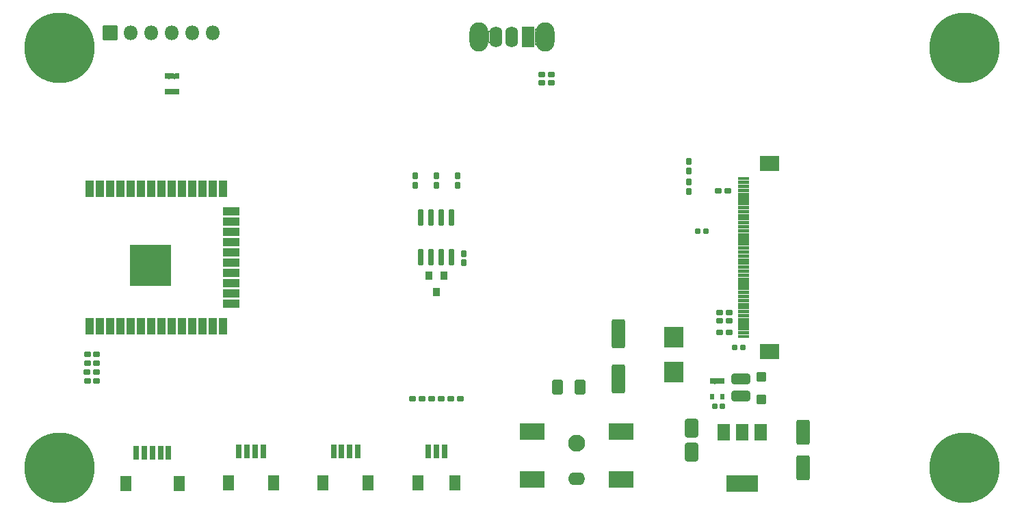
<source format=gts>
G04 #@! TF.GenerationSoftware,KiCad,Pcbnew,(6.0.0)*
G04 #@! TF.CreationDate,2022-01-01T11:54:16+05:30*
G04 #@! TF.ProjectId,ESP32_BoardV1,45535033-325f-4426-9f61-726456312e6b,rev?*
G04 #@! TF.SameCoordinates,Original*
G04 #@! TF.FileFunction,Soldermask,Top*
G04 #@! TF.FilePolarity,Negative*
%FSLAX46Y46*%
G04 Gerber Fmt 4.6, Leading zero omitted, Abs format (unit mm)*
G04 Created by KiCad (PCBNEW (6.0.0)) date 2022-01-01 11:54:16*
%MOMM*%
%LPD*%
G01*
G04 APERTURE LIST*
G04 Aperture macros list*
%AMRoundRect*
0 Rectangle with rounded corners*
0 $1 Rounding radius*
0 $2 $3 $4 $5 $6 $7 $8 $9 X,Y pos of 4 corners*
0 Add a 4 corners polygon primitive as box body*
4,1,4,$2,$3,$4,$5,$6,$7,$8,$9,$2,$3,0*
0 Add four circle primitives for the rounded corners*
1,1,$1+$1,$2,$3*
1,1,$1+$1,$4,$5*
1,1,$1+$1,$6,$7*
1,1,$1+$1,$8,$9*
0 Add four rect primitives between the rounded corners*
20,1,$1+$1,$2,$3,$4,$5,0*
20,1,$1+$1,$4,$5,$6,$7,0*
20,1,$1+$1,$6,$7,$8,$9,0*
20,1,$1+$1,$8,$9,$2,$3,0*%
G04 Aperture macros list end*
%ADD10RoundRect,0.206000X0.212500X0.155000X-0.212500X0.155000X-0.212500X-0.155000X0.212500X-0.155000X0*%
%ADD11C,1.002000*%
%ADD12C,8.702000*%
%ADD13RoundRect,0.051000X0.850000X-0.850000X0.850000X0.850000X-0.850000X0.850000X-0.850000X-0.850000X0*%
%ADD14O,1.802000X1.802000*%
%ADD15RoundRect,0.051000X0.200000X-0.325000X0.200000X0.325000X-0.200000X0.325000X-0.200000X-0.325000X0*%
%ADD16RoundRect,0.211000X-0.197500X-0.160000X0.197500X-0.160000X0.197500X0.160000X-0.197500X0.160000X0*%
%ADD17RoundRect,0.051000X0.450000X-1.000000X0.450000X1.000000X-0.450000X1.000000X-0.450000X-1.000000X0*%
%ADD18RoundRect,0.051000X1.000000X0.450000X-1.000000X0.450000X-1.000000X-0.450000X1.000000X-0.450000X0*%
%ADD19RoundRect,0.051000X2.500000X-2.500000X2.500000X2.500000X-2.500000X2.500000X-2.500000X-2.500000X0*%
%ADD20RoundRect,0.051000X-0.300000X-0.775000X0.300000X-0.775000X0.300000X0.775000X-0.300000X0.775000X0*%
%ADD21RoundRect,0.051000X-0.600000X-0.900000X0.600000X-0.900000X0.600000X0.900000X-0.600000X0.900000X0*%
%ADD22RoundRect,0.211000X0.197500X0.160000X-0.197500X0.160000X-0.197500X-0.160000X0.197500X-0.160000X0*%
%ADD23O,2.302000X3.602000*%
%ADD24RoundRect,0.051000X0.750000X1.250000X-0.750000X1.250000X-0.750000X-1.250000X0.750000X-1.250000X0*%
%ADD25O,1.602000X2.602000*%
%ADD26RoundRect,0.051000X1.150000X-1.250000X1.150000X1.250000X-1.150000X1.250000X-1.150000X-1.250000X0*%
%ADD27RoundRect,0.301000X-0.550000X0.850000X-0.550000X-0.850000X0.550000X-0.850000X0.550000X0.850000X0*%
%ADD28RoundRect,0.051000X-0.750000X1.000000X-0.750000X-1.000000X0.750000X-1.000000X0.750000X1.000000X0*%
%ADD29RoundRect,0.051000X-1.900000X1.000000X-1.900000X-1.000000X1.900000X-1.000000X1.900000X1.000000X0*%
%ADD30RoundRect,0.301000X0.550000X-1.250000X0.550000X1.250000X-0.550000X1.250000X-0.550000X-1.250000X0*%
%ADD31RoundRect,0.051000X0.650000X-0.150000X0.650000X0.150000X-0.650000X0.150000X-0.650000X-0.150000X0*%
%ADD32RoundRect,0.051000X1.100000X-0.900000X1.100000X0.900000X-1.100000X0.900000X-1.100000X-0.900000X0*%
%ADD33RoundRect,0.211000X0.160000X-0.197500X0.160000X0.197500X-0.160000X0.197500X-0.160000X-0.197500X0*%
%ADD34RoundRect,0.211000X-0.160000X0.197500X-0.160000X-0.197500X0.160000X-0.197500X0.160000X0.197500X0*%
%ADD35RoundRect,0.206000X-0.155000X0.212500X-0.155000X-0.212500X0.155000X-0.212500X0.155000X0.212500X0*%
%ADD36RoundRect,0.051000X-0.400000X0.450000X-0.400000X-0.450000X0.400000X-0.450000X0.400000X0.450000X0*%
%ADD37RoundRect,0.201000X-0.150000X0.825000X-0.150000X-0.825000X0.150000X-0.825000X0.150000X0.825000X0*%
%ADD38C,2.102000*%
%ADD39O,2.102000X1.602000*%
%ADD40RoundRect,0.051000X1.500000X1.000000X-1.500000X1.000000X-1.500000X-1.000000X1.500000X-1.000000X0*%
%ADD41RoundRect,0.301000X0.375000X0.625000X-0.375000X0.625000X-0.375000X-0.625000X0.375000X-0.625000X0*%
%ADD42RoundRect,0.191000X0.140000X0.170000X-0.140000X0.170000X-0.140000X-0.170000X0.140000X-0.170000X0*%
%ADD43RoundRect,0.301000X0.550000X-1.500000X0.550000X1.500000X-0.550000X1.500000X-0.550000X-1.500000X0*%
%ADD44RoundRect,0.191000X-0.140000X-0.170000X0.140000X-0.170000X0.140000X0.170000X-0.140000X0.170000X0*%
%ADD45RoundRect,0.051000X0.550000X-0.550000X0.550000X0.550000X-0.550000X0.550000X-0.550000X-0.550000X0*%
%ADD46RoundRect,0.301000X0.850000X-0.375000X0.850000X0.375000X-0.850000X0.375000X-0.850000X-0.375000X0*%
%ADD47RoundRect,0.051000X-0.200000X0.325000X-0.200000X-0.325000X0.200000X-0.325000X0.200000X0.325000X0*%
G04 APERTURE END LIST*
D10*
X93567500Y-138100000D03*
X92432500Y-138100000D03*
X93567500Y-140300000D03*
X92432500Y-140300000D03*
X93567500Y-137000000D03*
X92432500Y-137000000D03*
D11*
X91280419Y-96719581D03*
X89000000Y-102225000D03*
X85775000Y-99000000D03*
X89000000Y-95775000D03*
X92225000Y-99000000D03*
X91280419Y-101280419D03*
X86719581Y-96719581D03*
D12*
X89000000Y-99000000D03*
D11*
X86719581Y-101280419D03*
X89000000Y-154225000D03*
X91280419Y-153280419D03*
D12*
X89000000Y-151000000D03*
D11*
X86719581Y-153280419D03*
X89000000Y-147775000D03*
X86719581Y-148719581D03*
X91280419Y-148719581D03*
X85775000Y-151000000D03*
X92225000Y-151000000D03*
X203280419Y-101280419D03*
X204225000Y-99000000D03*
X197775000Y-99000000D03*
X203280419Y-96719581D03*
X198719581Y-101280419D03*
D12*
X201000000Y-99000000D03*
D11*
X201000000Y-95775000D03*
X198719581Y-96719581D03*
X201000000Y-102225000D03*
D13*
X95250000Y-97200000D03*
D14*
X97790000Y-97200000D03*
X100330000Y-97200000D03*
X102870000Y-97200000D03*
X105410000Y-97200000D03*
X107950000Y-97200000D03*
D15*
X102250000Y-104450000D03*
X102900000Y-104450000D03*
X103550000Y-104450000D03*
X103550000Y-102550000D03*
X102900000Y-102550000D03*
X102250000Y-102550000D03*
D16*
X135027500Y-142500000D03*
X136222500Y-142500000D03*
X137402500Y-142500000D03*
X138597500Y-142500000D03*
D17*
X92745000Y-133500000D03*
X94015000Y-133500000D03*
X95285000Y-133500000D03*
X96555000Y-133500000D03*
X97825000Y-133500000D03*
X99095000Y-133500000D03*
X100365000Y-133500000D03*
X101635000Y-133500000D03*
X102905000Y-133500000D03*
X104175000Y-133500000D03*
X105445000Y-133500000D03*
X106715000Y-133500000D03*
X107985000Y-133500000D03*
X109255000Y-133500000D03*
D18*
X110255000Y-130715000D03*
X110255000Y-129445000D03*
X110255000Y-128175000D03*
X110255000Y-126905000D03*
X110255000Y-125635000D03*
X110255000Y-124365000D03*
X110255000Y-123095000D03*
X110255000Y-121825000D03*
X110255000Y-120555000D03*
X110255000Y-119285000D03*
D17*
X109255000Y-116500000D03*
X107985000Y-116500000D03*
X106715000Y-116500000D03*
X105445000Y-116500000D03*
X104175000Y-116500000D03*
X102905000Y-116500000D03*
X101635000Y-116500000D03*
X100365000Y-116500000D03*
X99095000Y-116500000D03*
X97825000Y-116500000D03*
X96555000Y-116500000D03*
X95285000Y-116500000D03*
X94015000Y-116500000D03*
X92745000Y-116500000D03*
D19*
X100245000Y-126000000D03*
D10*
X171867500Y-132800000D03*
X170732500Y-132800000D03*
D20*
X122916666Y-149000000D03*
X123916666Y-149000000D03*
X124916666Y-149000000D03*
X125916666Y-149000000D03*
D21*
X121616666Y-152875000D03*
X127216666Y-152875000D03*
D16*
X132702500Y-142500000D03*
X133897500Y-142500000D03*
D10*
X149837500Y-103352500D03*
X148702500Y-103352500D03*
D22*
X149867500Y-102352500D03*
X148672500Y-102352500D03*
D23*
X140900000Y-97702500D03*
X149100000Y-97702500D03*
D24*
X147000000Y-97702500D03*
D25*
X145000000Y-97702500D03*
X143000000Y-97702500D03*
D20*
X134625000Y-149000000D03*
X135625000Y-149000000D03*
X136625000Y-149000000D03*
D21*
X133325000Y-152875000D03*
X137925000Y-152875000D03*
D26*
X165000000Y-139150000D03*
X165000000Y-134850000D03*
D27*
X167200000Y-146100000D03*
X167200000Y-149100000D03*
D28*
X175800000Y-146650000D03*
X173500000Y-146650000D03*
D29*
X173500000Y-152950000D03*
D28*
X171200000Y-146650000D03*
D11*
X204225000Y-151000000D03*
X201000000Y-154225000D03*
X197775000Y-151000000D03*
X203280419Y-153280419D03*
X203280419Y-148719581D03*
X198719581Y-148719581D03*
D12*
X201000000Y-151000000D03*
D11*
X201000000Y-147775000D03*
X198719581Y-153280419D03*
D30*
X181000000Y-151000000D03*
X181000000Y-146600000D03*
D10*
X171867500Y-131800000D03*
X170732500Y-131800000D03*
D31*
X173650000Y-134750000D03*
X173650000Y-134250000D03*
X173650000Y-133750000D03*
X173650000Y-133250000D03*
X173650000Y-132750000D03*
X173650000Y-132250000D03*
X173650000Y-131750000D03*
X173650000Y-131250000D03*
X173650000Y-130750000D03*
X173650000Y-130250000D03*
X173650000Y-129750000D03*
X173650000Y-129250000D03*
X173650000Y-128750000D03*
X173650000Y-128250000D03*
X173650000Y-127750000D03*
X173650000Y-127250000D03*
X173650000Y-126750000D03*
X173650000Y-126250000D03*
X173650000Y-125750000D03*
X173650000Y-125250000D03*
X173650000Y-124750000D03*
X173650000Y-124250000D03*
X173650000Y-123750000D03*
X173650000Y-123250000D03*
X173650000Y-122750000D03*
X173650000Y-122250000D03*
X173650000Y-121750000D03*
X173650000Y-121250000D03*
X173650000Y-120750000D03*
X173650000Y-120250000D03*
X173650000Y-119750000D03*
X173650000Y-119250000D03*
X173650000Y-118750000D03*
X173650000Y-118250000D03*
X173650000Y-117750000D03*
X173650000Y-117250000D03*
X173650000Y-116750000D03*
X173650000Y-116250000D03*
X173650000Y-115750000D03*
X173650000Y-115250000D03*
D32*
X176900000Y-113350000D03*
X176900000Y-136650000D03*
D33*
X166900000Y-114297500D03*
X166900000Y-113102500D03*
D34*
X166900000Y-115652500D03*
X166900000Y-116847500D03*
D35*
X139000000Y-124532500D03*
X139000000Y-125667500D03*
D36*
X136575000Y-127250000D03*
X134675000Y-127250000D03*
X135625000Y-129250000D03*
D34*
X135625000Y-114902500D03*
X135625000Y-116097500D03*
X138250000Y-114902500D03*
X138250000Y-116097500D03*
D37*
X137530000Y-120025000D03*
X136260000Y-120025000D03*
X134990000Y-120025000D03*
X133720000Y-120025000D03*
X133720000Y-124975000D03*
X134990000Y-124975000D03*
X136260000Y-124975000D03*
X137530000Y-124975000D03*
D34*
X133000000Y-114902500D03*
X133000000Y-116097500D03*
D16*
X92402500Y-139200000D03*
X93597500Y-139200000D03*
D38*
X153000000Y-148000000D03*
D39*
X153000000Y-152400000D03*
D40*
X147500000Y-146500000D03*
X147500000Y-152500000D03*
X158500000Y-146500000D03*
X158500000Y-152500000D03*
D41*
X153400000Y-141000000D03*
X150600000Y-141000000D03*
D20*
X111208333Y-149000000D03*
X112208333Y-149000000D03*
X113208333Y-149000000D03*
X114208333Y-149000000D03*
D21*
X109908333Y-152875000D03*
X115508333Y-152875000D03*
D20*
X98500000Y-149125000D03*
X99500000Y-149125000D03*
X100500000Y-149125000D03*
X101500000Y-149125000D03*
X102500000Y-149125000D03*
D21*
X97200000Y-153000000D03*
X103800000Y-153000000D03*
D42*
X173560000Y-136100000D03*
X172600000Y-136100000D03*
D43*
X158200000Y-140000000D03*
X158200000Y-134400000D03*
D42*
X171080000Y-143400000D03*
X170120000Y-143400000D03*
D44*
X168020000Y-121700000D03*
X168980000Y-121700000D03*
D16*
X170502500Y-116700000D03*
X171697500Y-116700000D03*
D45*
X175900000Y-142600000D03*
X175900000Y-139800000D03*
D46*
X173300000Y-142175000D03*
X173300000Y-140025000D03*
D16*
X170670000Y-134300000D03*
X171865000Y-134300000D03*
D47*
X171050000Y-140300000D03*
X170400000Y-140300000D03*
X169750000Y-140300000D03*
X169750000Y-142200000D03*
X171050000Y-142200000D03*
G36*
X170640660Y-139942493D02*
G01*
X170654452Y-139951709D01*
X170655615Y-139949969D01*
X170657409Y-139949084D01*
X170658560Y-139949545D01*
X170675952Y-139964078D01*
X170744670Y-139972704D01*
X170792288Y-139949918D01*
X170794282Y-139950072D01*
X170794814Y-139950611D01*
X170795548Y-139951709D01*
X170809340Y-139942493D01*
X170811336Y-139942362D01*
X170812447Y-139944025D01*
X170812114Y-139945267D01*
X170804767Y-139956262D01*
X170801000Y-139975199D01*
X170801000Y-140624801D01*
X170804767Y-140643738D01*
X170812114Y-140654733D01*
X170812245Y-140656729D01*
X170810582Y-140657840D01*
X170809340Y-140657507D01*
X170795548Y-140648291D01*
X170794385Y-140650031D01*
X170792591Y-140650916D01*
X170791440Y-140650455D01*
X170774048Y-140635922D01*
X170705330Y-140627296D01*
X170657712Y-140650082D01*
X170655718Y-140649928D01*
X170655186Y-140649389D01*
X170654452Y-140648291D01*
X170640660Y-140657507D01*
X170638664Y-140657638D01*
X170637553Y-140655975D01*
X170637886Y-140654733D01*
X170645233Y-140643738D01*
X170649000Y-140624801D01*
X170649000Y-139975199D01*
X170645233Y-139956262D01*
X170637886Y-139945267D01*
X170637755Y-139943271D01*
X170639418Y-139942160D01*
X170640660Y-139942493D01*
G37*
G36*
X169990660Y-139942493D02*
G01*
X170004452Y-139951709D01*
X170005615Y-139949969D01*
X170007409Y-139949084D01*
X170008560Y-139949545D01*
X170025952Y-139964078D01*
X170094670Y-139972704D01*
X170142288Y-139949918D01*
X170144282Y-139950072D01*
X170144814Y-139950611D01*
X170145548Y-139951709D01*
X170159340Y-139942493D01*
X170161336Y-139942362D01*
X170162447Y-139944025D01*
X170162114Y-139945267D01*
X170154767Y-139956262D01*
X170151000Y-139975199D01*
X170151000Y-140624801D01*
X170154767Y-140643738D01*
X170162114Y-140654733D01*
X170162245Y-140656729D01*
X170160582Y-140657840D01*
X170159340Y-140657507D01*
X170145548Y-140648291D01*
X170144385Y-140650031D01*
X170142591Y-140650916D01*
X170141440Y-140650455D01*
X170124048Y-140635922D01*
X170055330Y-140627296D01*
X170007712Y-140650082D01*
X170005718Y-140649928D01*
X170005186Y-140649389D01*
X170004452Y-140648291D01*
X169990660Y-140657507D01*
X169988664Y-140657638D01*
X169987553Y-140655975D01*
X169987886Y-140654733D01*
X169995233Y-140643738D01*
X169999000Y-140624801D01*
X169999000Y-139975199D01*
X169995233Y-139956262D01*
X169987886Y-139945267D01*
X169987755Y-139943271D01*
X169989418Y-139942160D01*
X169990660Y-139942493D01*
G37*
G36*
X172966075Y-134435084D02*
G01*
X172981263Y-134445233D01*
X173000199Y-134449000D01*
X174299801Y-134449000D01*
X174318738Y-134445233D01*
X174333773Y-134435186D01*
X174335768Y-134435055D01*
X174336880Y-134436718D01*
X174336793Y-134437447D01*
X174317898Y-134497788D01*
X174336955Y-134562690D01*
X174336483Y-134564633D01*
X174334564Y-134565197D01*
X174333925Y-134564916D01*
X174318737Y-134554767D01*
X174299801Y-134551000D01*
X173000199Y-134551000D01*
X172981262Y-134554767D01*
X172966227Y-134564814D01*
X172964232Y-134564945D01*
X172963120Y-134563282D01*
X172963207Y-134562553D01*
X172982102Y-134502212D01*
X172963045Y-134437310D01*
X172963517Y-134435367D01*
X172965436Y-134434803D01*
X172966075Y-134435084D01*
G37*
G36*
X172966075Y-133935084D02*
G01*
X172981263Y-133945233D01*
X173000199Y-133949000D01*
X174299801Y-133949000D01*
X174318738Y-133945233D01*
X174333773Y-133935186D01*
X174335768Y-133935055D01*
X174336880Y-133936718D01*
X174336793Y-133937447D01*
X174317898Y-133997788D01*
X174336955Y-134062690D01*
X174336483Y-134064633D01*
X174334564Y-134065197D01*
X174333925Y-134064916D01*
X174318737Y-134054767D01*
X174299801Y-134051000D01*
X173000199Y-134051000D01*
X172981262Y-134054767D01*
X172966227Y-134064814D01*
X172964232Y-134064945D01*
X172963120Y-134063282D01*
X172963207Y-134062553D01*
X172982102Y-134002212D01*
X172963045Y-133937310D01*
X172963517Y-133935367D01*
X172965436Y-133934803D01*
X172966075Y-133935084D01*
G37*
G36*
X172966075Y-133435084D02*
G01*
X172981263Y-133445233D01*
X173000199Y-133449000D01*
X174299801Y-133449000D01*
X174318738Y-133445233D01*
X174333773Y-133435186D01*
X174335768Y-133435055D01*
X174336880Y-133436718D01*
X174336793Y-133437447D01*
X174317898Y-133497788D01*
X174336955Y-133562690D01*
X174336483Y-133564633D01*
X174334564Y-133565197D01*
X174333925Y-133564916D01*
X174318737Y-133554767D01*
X174299801Y-133551000D01*
X173000199Y-133551000D01*
X172981262Y-133554767D01*
X172966227Y-133564814D01*
X172964232Y-133564945D01*
X172963120Y-133563282D01*
X172963207Y-133562553D01*
X172982102Y-133502212D01*
X172963045Y-133437310D01*
X172963517Y-133435367D01*
X172965436Y-133434803D01*
X172966075Y-133435084D01*
G37*
G36*
X172966075Y-132935084D02*
G01*
X172981263Y-132945233D01*
X173000199Y-132949000D01*
X174299801Y-132949000D01*
X174318738Y-132945233D01*
X174333773Y-132935186D01*
X174335768Y-132935055D01*
X174336880Y-132936718D01*
X174336793Y-132937447D01*
X174317898Y-132997788D01*
X174336955Y-133062690D01*
X174336483Y-133064633D01*
X174334564Y-133065197D01*
X174333925Y-133064916D01*
X174318737Y-133054767D01*
X174299801Y-133051000D01*
X173000199Y-133051000D01*
X172981262Y-133054767D01*
X172966227Y-133064814D01*
X172964232Y-133064945D01*
X172963120Y-133063282D01*
X172963207Y-133062553D01*
X172982102Y-133002212D01*
X172963045Y-132937310D01*
X172963517Y-132935367D01*
X172965436Y-132934803D01*
X172966075Y-132935084D01*
G37*
G36*
X172966075Y-132435084D02*
G01*
X172981263Y-132445233D01*
X173000199Y-132449000D01*
X174299801Y-132449000D01*
X174318738Y-132445233D01*
X174333773Y-132435186D01*
X174335768Y-132435055D01*
X174336880Y-132436718D01*
X174336793Y-132437447D01*
X174317898Y-132497788D01*
X174336955Y-132562690D01*
X174336483Y-132564633D01*
X174334564Y-132565197D01*
X174333925Y-132564916D01*
X174318737Y-132554767D01*
X174299801Y-132551000D01*
X173000199Y-132551000D01*
X172981262Y-132554767D01*
X172966227Y-132564814D01*
X172964232Y-132564945D01*
X172963120Y-132563282D01*
X172963207Y-132562553D01*
X172982102Y-132502212D01*
X172963045Y-132437310D01*
X172963517Y-132435367D01*
X172965436Y-132434803D01*
X172966075Y-132435084D01*
G37*
G36*
X172966075Y-131935084D02*
G01*
X172981263Y-131945233D01*
X173000199Y-131949000D01*
X174299801Y-131949000D01*
X174318738Y-131945233D01*
X174333773Y-131935186D01*
X174335768Y-131935055D01*
X174336880Y-131936718D01*
X174336793Y-131937447D01*
X174317898Y-131997788D01*
X174336955Y-132062690D01*
X174336483Y-132064633D01*
X174334564Y-132065197D01*
X174333925Y-132064916D01*
X174318737Y-132054767D01*
X174299801Y-132051000D01*
X173000199Y-132051000D01*
X172981262Y-132054767D01*
X172966227Y-132064814D01*
X172964232Y-132064945D01*
X172963120Y-132063282D01*
X172963207Y-132062553D01*
X172982102Y-132002212D01*
X172963045Y-131937310D01*
X172963517Y-131935367D01*
X172965436Y-131934803D01*
X172966075Y-131935084D01*
G37*
G36*
X172966075Y-131435084D02*
G01*
X172981263Y-131445233D01*
X173000199Y-131449000D01*
X174299801Y-131449000D01*
X174318738Y-131445233D01*
X174333773Y-131435186D01*
X174335768Y-131435055D01*
X174336880Y-131436718D01*
X174336793Y-131437447D01*
X174317898Y-131497788D01*
X174336955Y-131562690D01*
X174336483Y-131564633D01*
X174334564Y-131565197D01*
X174333925Y-131564916D01*
X174318737Y-131554767D01*
X174299801Y-131551000D01*
X173000199Y-131551000D01*
X172981262Y-131554767D01*
X172966227Y-131564814D01*
X172964232Y-131564945D01*
X172963120Y-131563282D01*
X172963207Y-131562553D01*
X172982102Y-131502212D01*
X172963045Y-131437310D01*
X172963517Y-131435367D01*
X172965436Y-131434803D01*
X172966075Y-131435084D01*
G37*
G36*
X172966075Y-130935084D02*
G01*
X172981263Y-130945233D01*
X173000199Y-130949000D01*
X174299801Y-130949000D01*
X174318738Y-130945233D01*
X174333773Y-130935186D01*
X174335768Y-130935055D01*
X174336880Y-130936718D01*
X174336793Y-130937447D01*
X174317898Y-130997788D01*
X174336955Y-131062690D01*
X174336483Y-131064633D01*
X174334564Y-131065197D01*
X174333925Y-131064916D01*
X174318737Y-131054767D01*
X174299801Y-131051000D01*
X173000199Y-131051000D01*
X172981262Y-131054767D01*
X172966227Y-131064814D01*
X172964232Y-131064945D01*
X172963120Y-131063282D01*
X172963207Y-131062553D01*
X172982102Y-131002212D01*
X172963045Y-130937310D01*
X172963517Y-130935367D01*
X172965436Y-130934803D01*
X172966075Y-130935084D01*
G37*
G36*
X172966075Y-130435084D02*
G01*
X172981263Y-130445233D01*
X173000199Y-130449000D01*
X174299801Y-130449000D01*
X174318738Y-130445233D01*
X174333773Y-130435186D01*
X174335768Y-130435055D01*
X174336880Y-130436718D01*
X174336793Y-130437447D01*
X174317898Y-130497788D01*
X174336955Y-130562690D01*
X174336483Y-130564633D01*
X174334564Y-130565197D01*
X174333925Y-130564916D01*
X174318737Y-130554767D01*
X174299801Y-130551000D01*
X173000199Y-130551000D01*
X172981262Y-130554767D01*
X172966227Y-130564814D01*
X172964232Y-130564945D01*
X172963120Y-130563282D01*
X172963207Y-130562553D01*
X172982102Y-130502212D01*
X172963045Y-130437310D01*
X172963517Y-130435367D01*
X172965436Y-130434803D01*
X172966075Y-130435084D01*
G37*
G36*
X172966075Y-129935084D02*
G01*
X172981263Y-129945233D01*
X173000199Y-129949000D01*
X174299801Y-129949000D01*
X174318738Y-129945233D01*
X174333773Y-129935186D01*
X174335768Y-129935055D01*
X174336880Y-129936718D01*
X174336793Y-129937447D01*
X174317898Y-129997788D01*
X174336955Y-130062690D01*
X174336483Y-130064633D01*
X174334564Y-130065197D01*
X174333925Y-130064916D01*
X174318737Y-130054767D01*
X174299801Y-130051000D01*
X173000199Y-130051000D01*
X172981262Y-130054767D01*
X172966227Y-130064814D01*
X172964232Y-130064945D01*
X172963120Y-130063282D01*
X172963207Y-130062553D01*
X172982102Y-130002212D01*
X172963045Y-129937310D01*
X172963517Y-129935367D01*
X172965436Y-129934803D01*
X172966075Y-129935084D01*
G37*
G36*
X172966075Y-129435084D02*
G01*
X172981263Y-129445233D01*
X173000199Y-129449000D01*
X174299801Y-129449000D01*
X174318738Y-129445233D01*
X174333773Y-129435186D01*
X174335768Y-129435055D01*
X174336880Y-129436718D01*
X174336793Y-129437447D01*
X174317898Y-129497788D01*
X174336955Y-129562690D01*
X174336483Y-129564633D01*
X174334564Y-129565197D01*
X174333925Y-129564916D01*
X174318737Y-129554767D01*
X174299801Y-129551000D01*
X173000199Y-129551000D01*
X172981262Y-129554767D01*
X172966227Y-129564814D01*
X172964232Y-129564945D01*
X172963120Y-129563282D01*
X172963207Y-129562553D01*
X172982102Y-129502212D01*
X172963045Y-129437310D01*
X172963517Y-129435367D01*
X172965436Y-129434803D01*
X172966075Y-129435084D01*
G37*
G36*
X172966075Y-128935084D02*
G01*
X172981263Y-128945233D01*
X173000199Y-128949000D01*
X174299801Y-128949000D01*
X174318738Y-128945233D01*
X174333773Y-128935186D01*
X174335768Y-128935055D01*
X174336880Y-128936718D01*
X174336793Y-128937447D01*
X174317898Y-128997788D01*
X174336955Y-129062690D01*
X174336483Y-129064633D01*
X174334564Y-129065197D01*
X174333925Y-129064916D01*
X174318737Y-129054767D01*
X174299801Y-129051000D01*
X173000199Y-129051000D01*
X172981262Y-129054767D01*
X172966227Y-129064814D01*
X172964232Y-129064945D01*
X172963120Y-129063282D01*
X172963207Y-129062553D01*
X172982102Y-129002212D01*
X172963045Y-128937310D01*
X172963517Y-128935367D01*
X172965436Y-128934803D01*
X172966075Y-128935084D01*
G37*
G36*
X172966075Y-128435084D02*
G01*
X172981263Y-128445233D01*
X173000199Y-128449000D01*
X174299801Y-128449000D01*
X174318738Y-128445233D01*
X174333773Y-128435186D01*
X174335768Y-128435055D01*
X174336880Y-128436718D01*
X174336793Y-128437447D01*
X174317898Y-128497788D01*
X174336955Y-128562690D01*
X174336483Y-128564633D01*
X174334564Y-128565197D01*
X174333925Y-128564916D01*
X174318737Y-128554767D01*
X174299801Y-128551000D01*
X173000199Y-128551000D01*
X172981262Y-128554767D01*
X172966227Y-128564814D01*
X172964232Y-128564945D01*
X172963120Y-128563282D01*
X172963207Y-128562553D01*
X172982102Y-128502212D01*
X172963045Y-128437310D01*
X172963517Y-128435367D01*
X172965436Y-128434803D01*
X172966075Y-128435084D01*
G37*
G36*
X172966075Y-127935084D02*
G01*
X172981263Y-127945233D01*
X173000199Y-127949000D01*
X174299801Y-127949000D01*
X174318738Y-127945233D01*
X174333773Y-127935186D01*
X174335768Y-127935055D01*
X174336880Y-127936718D01*
X174336793Y-127937447D01*
X174317898Y-127997788D01*
X174336955Y-128062690D01*
X174336483Y-128064633D01*
X174334564Y-128065197D01*
X174333925Y-128064916D01*
X174318737Y-128054767D01*
X174299801Y-128051000D01*
X173000199Y-128051000D01*
X172981262Y-128054767D01*
X172966227Y-128064814D01*
X172964232Y-128064945D01*
X172963120Y-128063282D01*
X172963207Y-128062553D01*
X172982102Y-128002212D01*
X172963045Y-127937310D01*
X172963517Y-127935367D01*
X172965436Y-127934803D01*
X172966075Y-127935084D01*
G37*
G36*
X172966075Y-127435084D02*
G01*
X172981263Y-127445233D01*
X173000199Y-127449000D01*
X174299801Y-127449000D01*
X174318738Y-127445233D01*
X174333773Y-127435186D01*
X174335768Y-127435055D01*
X174336880Y-127436718D01*
X174336793Y-127437447D01*
X174317898Y-127497788D01*
X174336955Y-127562690D01*
X174336483Y-127564633D01*
X174334564Y-127565197D01*
X174333925Y-127564916D01*
X174318737Y-127554767D01*
X174299801Y-127551000D01*
X173000199Y-127551000D01*
X172981262Y-127554767D01*
X172966227Y-127564814D01*
X172964232Y-127564945D01*
X172963120Y-127563282D01*
X172963207Y-127562553D01*
X172982102Y-127502212D01*
X172963045Y-127437310D01*
X172963517Y-127435367D01*
X172965436Y-127434803D01*
X172966075Y-127435084D01*
G37*
G36*
X172966075Y-126935084D02*
G01*
X172981263Y-126945233D01*
X173000199Y-126949000D01*
X174299801Y-126949000D01*
X174318738Y-126945233D01*
X174333773Y-126935186D01*
X174335768Y-126935055D01*
X174336880Y-126936718D01*
X174336793Y-126937447D01*
X174317898Y-126997788D01*
X174336955Y-127062690D01*
X174336483Y-127064633D01*
X174334564Y-127065197D01*
X174333925Y-127064916D01*
X174318737Y-127054767D01*
X174299801Y-127051000D01*
X173000199Y-127051000D01*
X172981262Y-127054767D01*
X172966227Y-127064814D01*
X172964232Y-127064945D01*
X172963120Y-127063282D01*
X172963207Y-127062553D01*
X172982102Y-127002212D01*
X172963045Y-126937310D01*
X172963517Y-126935367D01*
X172965436Y-126934803D01*
X172966075Y-126935084D01*
G37*
G36*
X172966075Y-126435084D02*
G01*
X172981263Y-126445233D01*
X173000199Y-126449000D01*
X174299801Y-126449000D01*
X174318738Y-126445233D01*
X174333773Y-126435186D01*
X174335768Y-126435055D01*
X174336880Y-126436718D01*
X174336793Y-126437447D01*
X174317898Y-126497788D01*
X174336955Y-126562690D01*
X174336483Y-126564633D01*
X174334564Y-126565197D01*
X174333925Y-126564916D01*
X174318737Y-126554767D01*
X174299801Y-126551000D01*
X173000199Y-126551000D01*
X172981262Y-126554767D01*
X172966227Y-126564814D01*
X172964232Y-126564945D01*
X172963120Y-126563282D01*
X172963207Y-126562553D01*
X172982102Y-126502212D01*
X172963045Y-126437310D01*
X172963517Y-126435367D01*
X172965436Y-126434803D01*
X172966075Y-126435084D01*
G37*
G36*
X172966075Y-125935084D02*
G01*
X172981263Y-125945233D01*
X173000199Y-125949000D01*
X174299801Y-125949000D01*
X174318738Y-125945233D01*
X174333773Y-125935186D01*
X174335768Y-125935055D01*
X174336880Y-125936718D01*
X174336793Y-125937447D01*
X174317898Y-125997788D01*
X174336955Y-126062690D01*
X174336483Y-126064633D01*
X174334564Y-126065197D01*
X174333925Y-126064916D01*
X174318737Y-126054767D01*
X174299801Y-126051000D01*
X173000199Y-126051000D01*
X172981262Y-126054767D01*
X172966227Y-126064814D01*
X172964232Y-126064945D01*
X172963120Y-126063282D01*
X172963207Y-126062553D01*
X172982102Y-126002212D01*
X172963045Y-125937310D01*
X172963517Y-125935367D01*
X172965436Y-125934803D01*
X172966075Y-125935084D01*
G37*
G36*
X172966075Y-125435084D02*
G01*
X172981263Y-125445233D01*
X173000199Y-125449000D01*
X174299801Y-125449000D01*
X174318738Y-125445233D01*
X174333773Y-125435186D01*
X174335768Y-125435055D01*
X174336880Y-125436718D01*
X174336793Y-125437447D01*
X174317898Y-125497788D01*
X174336955Y-125562690D01*
X174336483Y-125564633D01*
X174334564Y-125565197D01*
X174333925Y-125564916D01*
X174318737Y-125554767D01*
X174299801Y-125551000D01*
X173000199Y-125551000D01*
X172981262Y-125554767D01*
X172966227Y-125564814D01*
X172964232Y-125564945D01*
X172963120Y-125563282D01*
X172963207Y-125562553D01*
X172982102Y-125502212D01*
X172963045Y-125437310D01*
X172963517Y-125435367D01*
X172965436Y-125434803D01*
X172966075Y-125435084D01*
G37*
G36*
X172966075Y-124935084D02*
G01*
X172981263Y-124945233D01*
X173000199Y-124949000D01*
X174299801Y-124949000D01*
X174318738Y-124945233D01*
X174333773Y-124935186D01*
X174335768Y-124935055D01*
X174336880Y-124936718D01*
X174336793Y-124937447D01*
X174317898Y-124997788D01*
X174336955Y-125062690D01*
X174336483Y-125064633D01*
X174334564Y-125065197D01*
X174333925Y-125064916D01*
X174318737Y-125054767D01*
X174299801Y-125051000D01*
X173000199Y-125051000D01*
X172981262Y-125054767D01*
X172966227Y-125064814D01*
X172964232Y-125064945D01*
X172963120Y-125063282D01*
X172963207Y-125062553D01*
X172982102Y-125002212D01*
X172963045Y-124937310D01*
X172963517Y-124935367D01*
X172965436Y-124934803D01*
X172966075Y-124935084D01*
G37*
G36*
X172966075Y-124435084D02*
G01*
X172981263Y-124445233D01*
X173000199Y-124449000D01*
X174299801Y-124449000D01*
X174318738Y-124445233D01*
X174333773Y-124435186D01*
X174335768Y-124435055D01*
X174336880Y-124436718D01*
X174336793Y-124437447D01*
X174317898Y-124497788D01*
X174336955Y-124562690D01*
X174336483Y-124564633D01*
X174334564Y-124565197D01*
X174333925Y-124564916D01*
X174318737Y-124554767D01*
X174299801Y-124551000D01*
X173000199Y-124551000D01*
X172981262Y-124554767D01*
X172966227Y-124564814D01*
X172964232Y-124564945D01*
X172963120Y-124563282D01*
X172963207Y-124562553D01*
X172982102Y-124502212D01*
X172963045Y-124437310D01*
X172963517Y-124435367D01*
X172965436Y-124434803D01*
X172966075Y-124435084D01*
G37*
G36*
X172966075Y-123935084D02*
G01*
X172981263Y-123945233D01*
X173000199Y-123949000D01*
X174299801Y-123949000D01*
X174318738Y-123945233D01*
X174333773Y-123935186D01*
X174335768Y-123935055D01*
X174336880Y-123936718D01*
X174336793Y-123937447D01*
X174317898Y-123997788D01*
X174336955Y-124062690D01*
X174336483Y-124064633D01*
X174334564Y-124065197D01*
X174333925Y-124064916D01*
X174318737Y-124054767D01*
X174299801Y-124051000D01*
X173000199Y-124051000D01*
X172981262Y-124054767D01*
X172966227Y-124064814D01*
X172964232Y-124064945D01*
X172963120Y-124063282D01*
X172963207Y-124062553D01*
X172982102Y-124002212D01*
X172963045Y-123937310D01*
X172963517Y-123935367D01*
X172965436Y-123934803D01*
X172966075Y-123935084D01*
G37*
G36*
X172966075Y-123435084D02*
G01*
X172981263Y-123445233D01*
X173000199Y-123449000D01*
X174299801Y-123449000D01*
X174318738Y-123445233D01*
X174333773Y-123435186D01*
X174335768Y-123435055D01*
X174336880Y-123436718D01*
X174336793Y-123437447D01*
X174317898Y-123497788D01*
X174336955Y-123562690D01*
X174336483Y-123564633D01*
X174334564Y-123565197D01*
X174333925Y-123564916D01*
X174318737Y-123554767D01*
X174299801Y-123551000D01*
X173000199Y-123551000D01*
X172981262Y-123554767D01*
X172966227Y-123564814D01*
X172964232Y-123564945D01*
X172963120Y-123563282D01*
X172963207Y-123562553D01*
X172982102Y-123502212D01*
X172963045Y-123437310D01*
X172963517Y-123435367D01*
X172965436Y-123434803D01*
X172966075Y-123435084D01*
G37*
G36*
X172966075Y-122935084D02*
G01*
X172981263Y-122945233D01*
X173000199Y-122949000D01*
X174299801Y-122949000D01*
X174318738Y-122945233D01*
X174333773Y-122935186D01*
X174335768Y-122935055D01*
X174336880Y-122936718D01*
X174336793Y-122937447D01*
X174317898Y-122997788D01*
X174336955Y-123062690D01*
X174336483Y-123064633D01*
X174334564Y-123065197D01*
X174333925Y-123064916D01*
X174318737Y-123054767D01*
X174299801Y-123051000D01*
X173000199Y-123051000D01*
X172981262Y-123054767D01*
X172966227Y-123064814D01*
X172964232Y-123064945D01*
X172963120Y-123063282D01*
X172963207Y-123062553D01*
X172982102Y-123002212D01*
X172963045Y-122937310D01*
X172963517Y-122935367D01*
X172965436Y-122934803D01*
X172966075Y-122935084D01*
G37*
G36*
X172966075Y-122435084D02*
G01*
X172981263Y-122445233D01*
X173000199Y-122449000D01*
X174299801Y-122449000D01*
X174318738Y-122445233D01*
X174333773Y-122435186D01*
X174335768Y-122435055D01*
X174336880Y-122436718D01*
X174336793Y-122437447D01*
X174317898Y-122497788D01*
X174336955Y-122562690D01*
X174336483Y-122564633D01*
X174334564Y-122565197D01*
X174333925Y-122564916D01*
X174318737Y-122554767D01*
X174299801Y-122551000D01*
X173000199Y-122551000D01*
X172981262Y-122554767D01*
X172966227Y-122564814D01*
X172964232Y-122564945D01*
X172963120Y-122563282D01*
X172963207Y-122562553D01*
X172982102Y-122502212D01*
X172963045Y-122437310D01*
X172963517Y-122435367D01*
X172965436Y-122434803D01*
X172966075Y-122435084D01*
G37*
G36*
X172966075Y-121935084D02*
G01*
X172981263Y-121945233D01*
X173000199Y-121949000D01*
X174299801Y-121949000D01*
X174318738Y-121945233D01*
X174333773Y-121935186D01*
X174335768Y-121935055D01*
X174336880Y-121936718D01*
X174336793Y-121937447D01*
X174317898Y-121997788D01*
X174336955Y-122062690D01*
X174336483Y-122064633D01*
X174334564Y-122065197D01*
X174333925Y-122064916D01*
X174318737Y-122054767D01*
X174299801Y-122051000D01*
X173000199Y-122051000D01*
X172981262Y-122054767D01*
X172966227Y-122064814D01*
X172964232Y-122064945D01*
X172963120Y-122063282D01*
X172963207Y-122062553D01*
X172982102Y-122002212D01*
X172963045Y-121937310D01*
X172963517Y-121935367D01*
X172965436Y-121934803D01*
X172966075Y-121935084D01*
G37*
G36*
X172966075Y-121435084D02*
G01*
X172981263Y-121445233D01*
X173000199Y-121449000D01*
X174299801Y-121449000D01*
X174318738Y-121445233D01*
X174333773Y-121435186D01*
X174335768Y-121435055D01*
X174336880Y-121436718D01*
X174336793Y-121437447D01*
X174317898Y-121497788D01*
X174336955Y-121562690D01*
X174336483Y-121564633D01*
X174334564Y-121565197D01*
X174333925Y-121564916D01*
X174318737Y-121554767D01*
X174299801Y-121551000D01*
X173000199Y-121551000D01*
X172981262Y-121554767D01*
X172966227Y-121564814D01*
X172964232Y-121564945D01*
X172963120Y-121563282D01*
X172963207Y-121562553D01*
X172982102Y-121502212D01*
X172963045Y-121437310D01*
X172963517Y-121435367D01*
X172965436Y-121434803D01*
X172966075Y-121435084D01*
G37*
G36*
X172966075Y-120935084D02*
G01*
X172981263Y-120945233D01*
X173000199Y-120949000D01*
X174299801Y-120949000D01*
X174318738Y-120945233D01*
X174333773Y-120935186D01*
X174335768Y-120935055D01*
X174336880Y-120936718D01*
X174336793Y-120937447D01*
X174317898Y-120997788D01*
X174336955Y-121062690D01*
X174336483Y-121064633D01*
X174334564Y-121065197D01*
X174333925Y-121064916D01*
X174318737Y-121054767D01*
X174299801Y-121051000D01*
X173000199Y-121051000D01*
X172981262Y-121054767D01*
X172966227Y-121064814D01*
X172964232Y-121064945D01*
X172963120Y-121063282D01*
X172963207Y-121062553D01*
X172982102Y-121002212D01*
X172963045Y-120937310D01*
X172963517Y-120935367D01*
X172965436Y-120934803D01*
X172966075Y-120935084D01*
G37*
G36*
X172966075Y-120435084D02*
G01*
X172981263Y-120445233D01*
X173000199Y-120449000D01*
X174299801Y-120449000D01*
X174318738Y-120445233D01*
X174333773Y-120435186D01*
X174335768Y-120435055D01*
X174336880Y-120436718D01*
X174336793Y-120437447D01*
X174317898Y-120497788D01*
X174336955Y-120562690D01*
X174336483Y-120564633D01*
X174334564Y-120565197D01*
X174333925Y-120564916D01*
X174318737Y-120554767D01*
X174299801Y-120551000D01*
X173000199Y-120551000D01*
X172981262Y-120554767D01*
X172966227Y-120564814D01*
X172964232Y-120564945D01*
X172963120Y-120563282D01*
X172963207Y-120562553D01*
X172982102Y-120502212D01*
X172963045Y-120437310D01*
X172963517Y-120435367D01*
X172965436Y-120434803D01*
X172966075Y-120435084D01*
G37*
G36*
X172966075Y-119935084D02*
G01*
X172981263Y-119945233D01*
X173000199Y-119949000D01*
X174299801Y-119949000D01*
X174318738Y-119945233D01*
X174333773Y-119935186D01*
X174335768Y-119935055D01*
X174336880Y-119936718D01*
X174336793Y-119937447D01*
X174317898Y-119997788D01*
X174336955Y-120062690D01*
X174336483Y-120064633D01*
X174334564Y-120065197D01*
X174333925Y-120064916D01*
X174318737Y-120054767D01*
X174299801Y-120051000D01*
X173000199Y-120051000D01*
X172981262Y-120054767D01*
X172966227Y-120064814D01*
X172964232Y-120064945D01*
X172963120Y-120063282D01*
X172963207Y-120062553D01*
X172982102Y-120002212D01*
X172963045Y-119937310D01*
X172963517Y-119935367D01*
X172965436Y-119934803D01*
X172966075Y-119935084D01*
G37*
G36*
X172966075Y-119435084D02*
G01*
X172981263Y-119445233D01*
X173000199Y-119449000D01*
X174299801Y-119449000D01*
X174318738Y-119445233D01*
X174333773Y-119435186D01*
X174335768Y-119435055D01*
X174336880Y-119436718D01*
X174336793Y-119437447D01*
X174317898Y-119497788D01*
X174336955Y-119562690D01*
X174336483Y-119564633D01*
X174334564Y-119565197D01*
X174333925Y-119564916D01*
X174318737Y-119554767D01*
X174299801Y-119551000D01*
X173000199Y-119551000D01*
X172981262Y-119554767D01*
X172966227Y-119564814D01*
X172964232Y-119564945D01*
X172963120Y-119563282D01*
X172963207Y-119562553D01*
X172982102Y-119502212D01*
X172963045Y-119437310D01*
X172963517Y-119435367D01*
X172965436Y-119434803D01*
X172966075Y-119435084D01*
G37*
G36*
X172966075Y-118935084D02*
G01*
X172981263Y-118945233D01*
X173000199Y-118949000D01*
X174299801Y-118949000D01*
X174318738Y-118945233D01*
X174333773Y-118935186D01*
X174335768Y-118935055D01*
X174336880Y-118936718D01*
X174336793Y-118937447D01*
X174317898Y-118997788D01*
X174336955Y-119062690D01*
X174336483Y-119064633D01*
X174334564Y-119065197D01*
X174333925Y-119064916D01*
X174318737Y-119054767D01*
X174299801Y-119051000D01*
X173000199Y-119051000D01*
X172981262Y-119054767D01*
X172966227Y-119064814D01*
X172964232Y-119064945D01*
X172963120Y-119063282D01*
X172963207Y-119062553D01*
X172982102Y-119002212D01*
X172963045Y-118937310D01*
X172963517Y-118935367D01*
X172965436Y-118934803D01*
X172966075Y-118935084D01*
G37*
G36*
X172966075Y-118435084D02*
G01*
X172981263Y-118445233D01*
X173000199Y-118449000D01*
X174299801Y-118449000D01*
X174318738Y-118445233D01*
X174333773Y-118435186D01*
X174335768Y-118435055D01*
X174336880Y-118436718D01*
X174336793Y-118437447D01*
X174317898Y-118497788D01*
X174336955Y-118562690D01*
X174336483Y-118564633D01*
X174334564Y-118565197D01*
X174333925Y-118564916D01*
X174318737Y-118554767D01*
X174299801Y-118551000D01*
X173000199Y-118551000D01*
X172981262Y-118554767D01*
X172966227Y-118564814D01*
X172964232Y-118564945D01*
X172963120Y-118563282D01*
X172963207Y-118562553D01*
X172982102Y-118502212D01*
X172963045Y-118437310D01*
X172963517Y-118435367D01*
X172965436Y-118434803D01*
X172966075Y-118435084D01*
G37*
G36*
X172966075Y-117935084D02*
G01*
X172981263Y-117945233D01*
X173000199Y-117949000D01*
X174299801Y-117949000D01*
X174318738Y-117945233D01*
X174333773Y-117935186D01*
X174335768Y-117935055D01*
X174336880Y-117936718D01*
X174336793Y-117937447D01*
X174317898Y-117997788D01*
X174336955Y-118062690D01*
X174336483Y-118064633D01*
X174334564Y-118065197D01*
X174333925Y-118064916D01*
X174318737Y-118054767D01*
X174299801Y-118051000D01*
X173000199Y-118051000D01*
X172981262Y-118054767D01*
X172966227Y-118064814D01*
X172964232Y-118064945D01*
X172963120Y-118063282D01*
X172963207Y-118062553D01*
X172982102Y-118002212D01*
X172963045Y-117937310D01*
X172963517Y-117935367D01*
X172965436Y-117934803D01*
X172966075Y-117935084D01*
G37*
G36*
X172966075Y-117435084D02*
G01*
X172981263Y-117445233D01*
X173000199Y-117449000D01*
X174299801Y-117449000D01*
X174318738Y-117445233D01*
X174333773Y-117435186D01*
X174335768Y-117435055D01*
X174336880Y-117436718D01*
X174336793Y-117437447D01*
X174317898Y-117497788D01*
X174336955Y-117562690D01*
X174336483Y-117564633D01*
X174334564Y-117565197D01*
X174333925Y-117564916D01*
X174318737Y-117554767D01*
X174299801Y-117551000D01*
X173000199Y-117551000D01*
X172981262Y-117554767D01*
X172966227Y-117564814D01*
X172964232Y-117564945D01*
X172963120Y-117563282D01*
X172963207Y-117562553D01*
X172982102Y-117502212D01*
X172963045Y-117437310D01*
X172963517Y-117435367D01*
X172965436Y-117434803D01*
X172966075Y-117435084D01*
G37*
G36*
X172966075Y-116935084D02*
G01*
X172981263Y-116945233D01*
X173000199Y-116949000D01*
X174299801Y-116949000D01*
X174318738Y-116945233D01*
X174333773Y-116935186D01*
X174335768Y-116935055D01*
X174336880Y-116936718D01*
X174336793Y-116937447D01*
X174317898Y-116997788D01*
X174336955Y-117062690D01*
X174336483Y-117064633D01*
X174334564Y-117065197D01*
X174333925Y-117064916D01*
X174318737Y-117054767D01*
X174299801Y-117051000D01*
X173000199Y-117051000D01*
X172981262Y-117054767D01*
X172966227Y-117064814D01*
X172964232Y-117064945D01*
X172963120Y-117063282D01*
X172963207Y-117062553D01*
X172982102Y-117002212D01*
X172963045Y-116937310D01*
X172963517Y-116935367D01*
X172965436Y-116934803D01*
X172966075Y-116935084D01*
G37*
G36*
X172966075Y-116435084D02*
G01*
X172981263Y-116445233D01*
X173000199Y-116449000D01*
X174299801Y-116449000D01*
X174318738Y-116445233D01*
X174333773Y-116435186D01*
X174335768Y-116435055D01*
X174336880Y-116436718D01*
X174336793Y-116437447D01*
X174317898Y-116497788D01*
X174336955Y-116562690D01*
X174336483Y-116564633D01*
X174334564Y-116565197D01*
X174333925Y-116564916D01*
X174318737Y-116554767D01*
X174299801Y-116551000D01*
X173000199Y-116551000D01*
X172981262Y-116554767D01*
X172966227Y-116564814D01*
X172964232Y-116564945D01*
X172963120Y-116563282D01*
X172963207Y-116562553D01*
X172982102Y-116502212D01*
X172963045Y-116437310D01*
X172963517Y-116435367D01*
X172965436Y-116434803D01*
X172966075Y-116435084D01*
G37*
G36*
X172966075Y-115935084D02*
G01*
X172981263Y-115945233D01*
X173000199Y-115949000D01*
X174299801Y-115949000D01*
X174318738Y-115945233D01*
X174333773Y-115935186D01*
X174335768Y-115935055D01*
X174336880Y-115936718D01*
X174336793Y-115937447D01*
X174317898Y-115997788D01*
X174336955Y-116062690D01*
X174336483Y-116064633D01*
X174334564Y-116065197D01*
X174333925Y-116064916D01*
X174318737Y-116054767D01*
X174299801Y-116051000D01*
X173000199Y-116051000D01*
X172981262Y-116054767D01*
X172966227Y-116064814D01*
X172964232Y-116064945D01*
X172963120Y-116063282D01*
X172963207Y-116062553D01*
X172982102Y-116002212D01*
X172963045Y-115937310D01*
X172963517Y-115935367D01*
X172965436Y-115934803D01*
X172966075Y-115935084D01*
G37*
G36*
X172966075Y-115435084D02*
G01*
X172981263Y-115445233D01*
X173000199Y-115449000D01*
X174299801Y-115449000D01*
X174318738Y-115445233D01*
X174333773Y-115435186D01*
X174335768Y-115435055D01*
X174336880Y-115436718D01*
X174336793Y-115437447D01*
X174317898Y-115497788D01*
X174336955Y-115562690D01*
X174336483Y-115564633D01*
X174334564Y-115565197D01*
X174333925Y-115564916D01*
X174318737Y-115554767D01*
X174299801Y-115551000D01*
X173000199Y-115551000D01*
X172981262Y-115554767D01*
X172966227Y-115564814D01*
X172964232Y-115564945D01*
X172963120Y-115563282D01*
X172963207Y-115562553D01*
X172982102Y-115502212D01*
X172963045Y-115437310D01*
X172963517Y-115435367D01*
X172965436Y-115434803D01*
X172966075Y-115435084D01*
G37*
G36*
X102490660Y-104092493D02*
G01*
X102504452Y-104101709D01*
X102505615Y-104099969D01*
X102507409Y-104099084D01*
X102508560Y-104099545D01*
X102525952Y-104114078D01*
X102594670Y-104122704D01*
X102642288Y-104099918D01*
X102644282Y-104100072D01*
X102644814Y-104100611D01*
X102645548Y-104101709D01*
X102659340Y-104092493D01*
X102661336Y-104092362D01*
X102662447Y-104094025D01*
X102662114Y-104095267D01*
X102654767Y-104106262D01*
X102651000Y-104125199D01*
X102651000Y-104774801D01*
X102654767Y-104793738D01*
X102662114Y-104804733D01*
X102662245Y-104806729D01*
X102660582Y-104807840D01*
X102659340Y-104807507D01*
X102645548Y-104798291D01*
X102644385Y-104800031D01*
X102642591Y-104800916D01*
X102641440Y-104800455D01*
X102624048Y-104785922D01*
X102555330Y-104777296D01*
X102507712Y-104800082D01*
X102505718Y-104799928D01*
X102505186Y-104799389D01*
X102504452Y-104798291D01*
X102490660Y-104807507D01*
X102488664Y-104807638D01*
X102487553Y-104805975D01*
X102487886Y-104804733D01*
X102495233Y-104793738D01*
X102499000Y-104774801D01*
X102499000Y-104125199D01*
X102495233Y-104106262D01*
X102487886Y-104095267D01*
X102487755Y-104093271D01*
X102489418Y-104092160D01*
X102490660Y-104092493D01*
G37*
G36*
X103140660Y-104092493D02*
G01*
X103154452Y-104101709D01*
X103155615Y-104099969D01*
X103157409Y-104099084D01*
X103158560Y-104099545D01*
X103175952Y-104114078D01*
X103244670Y-104122704D01*
X103292288Y-104099918D01*
X103294282Y-104100072D01*
X103294814Y-104100611D01*
X103295548Y-104101709D01*
X103309340Y-104092493D01*
X103311336Y-104092362D01*
X103312447Y-104094025D01*
X103312114Y-104095267D01*
X103304767Y-104106262D01*
X103301000Y-104125199D01*
X103301000Y-104774801D01*
X103304767Y-104793738D01*
X103312114Y-104804733D01*
X103312245Y-104806729D01*
X103310582Y-104807840D01*
X103309340Y-104807507D01*
X103295548Y-104798291D01*
X103294385Y-104800031D01*
X103292591Y-104800916D01*
X103291440Y-104800455D01*
X103274048Y-104785922D01*
X103205330Y-104777296D01*
X103157712Y-104800082D01*
X103155718Y-104799928D01*
X103155186Y-104799389D01*
X103154452Y-104798291D01*
X103140660Y-104807507D01*
X103138664Y-104807638D01*
X103137553Y-104805975D01*
X103137886Y-104804733D01*
X103145233Y-104793738D01*
X103149000Y-104774801D01*
X103149000Y-104125199D01*
X103145233Y-104106262D01*
X103137886Y-104095267D01*
X103137755Y-104093271D01*
X103139418Y-104092160D01*
X103140660Y-104092493D01*
G37*
G36*
X103140660Y-102192493D02*
G01*
X103154452Y-102201709D01*
X103155615Y-102199969D01*
X103157409Y-102199084D01*
X103158560Y-102199545D01*
X103175952Y-102214078D01*
X103244670Y-102222704D01*
X103292288Y-102199918D01*
X103294282Y-102200072D01*
X103294814Y-102200611D01*
X103295548Y-102201709D01*
X103309340Y-102192493D01*
X103311336Y-102192362D01*
X103312447Y-102194025D01*
X103312114Y-102195267D01*
X103304767Y-102206262D01*
X103301000Y-102225199D01*
X103301000Y-102874801D01*
X103304767Y-102893738D01*
X103312114Y-102904733D01*
X103312245Y-102906729D01*
X103310582Y-102907840D01*
X103309340Y-102907507D01*
X103295548Y-102898291D01*
X103294385Y-102900031D01*
X103292591Y-102900916D01*
X103291440Y-102900455D01*
X103274048Y-102885922D01*
X103205330Y-102877296D01*
X103157712Y-102900082D01*
X103155718Y-102899928D01*
X103155186Y-102899389D01*
X103154452Y-102898291D01*
X103140660Y-102907507D01*
X103138664Y-102907638D01*
X103137553Y-102905975D01*
X103137886Y-102904733D01*
X103145233Y-102893738D01*
X103149000Y-102874801D01*
X103149000Y-102225199D01*
X103145233Y-102206262D01*
X103137886Y-102195267D01*
X103137755Y-102193271D01*
X103139418Y-102192160D01*
X103140660Y-102192493D01*
G37*
G36*
X102490660Y-102192493D02*
G01*
X102504452Y-102201709D01*
X102505615Y-102199969D01*
X102507409Y-102199084D01*
X102508560Y-102199545D01*
X102525952Y-102214078D01*
X102594670Y-102222704D01*
X102642288Y-102199918D01*
X102644282Y-102200072D01*
X102644814Y-102200611D01*
X102645548Y-102201709D01*
X102659340Y-102192493D01*
X102661336Y-102192362D01*
X102662447Y-102194025D01*
X102662114Y-102195267D01*
X102654767Y-102206262D01*
X102651000Y-102225199D01*
X102651000Y-102874801D01*
X102654767Y-102893738D01*
X102662114Y-102904733D01*
X102662245Y-102906729D01*
X102660582Y-102907840D01*
X102659340Y-102907507D01*
X102645548Y-102898291D01*
X102644385Y-102900031D01*
X102642591Y-102900916D01*
X102641440Y-102900455D01*
X102624048Y-102885922D01*
X102555330Y-102877296D01*
X102507712Y-102900082D01*
X102505718Y-102899928D01*
X102505186Y-102899389D01*
X102504452Y-102898291D01*
X102490660Y-102907507D01*
X102488664Y-102907638D01*
X102487553Y-102905975D01*
X102487886Y-102904733D01*
X102495233Y-102893738D01*
X102499000Y-102874801D01*
X102499000Y-102225199D01*
X102495233Y-102206262D01*
X102487886Y-102195267D01*
X102487755Y-102193271D01*
X102489418Y-102192160D01*
X102490660Y-102192493D01*
G37*
G36*
X147802919Y-96564885D02*
G01*
X147822595Y-96631897D01*
X147874938Y-96677252D01*
X147943491Y-96687109D01*
X148006538Y-96658316D01*
X148030832Y-96624250D01*
X148032651Y-96623420D01*
X148034280Y-96624581D01*
X148034370Y-96626004D01*
X147976116Y-96813612D01*
X147951393Y-97022498D01*
X147951000Y-97052526D01*
X147951000Y-98352404D01*
X147970249Y-98561888D01*
X148027324Y-98764261D01*
X148037794Y-98785492D01*
X148037663Y-98787488D01*
X148035869Y-98788373D01*
X148034511Y-98787712D01*
X147990719Y-98738844D01*
X147923950Y-98720441D01*
X147857833Y-98741058D01*
X147813303Y-98794213D01*
X147802958Y-98843748D01*
X147801625Y-98845239D01*
X147799667Y-98844830D01*
X147799000Y-98843339D01*
X147799000Y-96565448D01*
X147800000Y-96563716D01*
X147802000Y-96563716D01*
X147802919Y-96564885D01*
G37*
G36*
X142034187Y-96848010D02*
G01*
X142036420Y-96856173D01*
X142072933Y-96915376D01*
X142135388Y-96945311D01*
X142204113Y-96936729D01*
X142257491Y-96892184D01*
X142261675Y-96885461D01*
X142273926Y-96864242D01*
X142275658Y-96863242D01*
X142277390Y-96864242D01*
X142277537Y-96865926D01*
X142223415Y-97014623D01*
X142201077Y-97191447D01*
X142201000Y-97202514D01*
X142201000Y-98202384D01*
X142220868Y-98379515D01*
X142274762Y-98534276D01*
X142274387Y-98536241D01*
X142272498Y-98536899D01*
X142271141Y-98535934D01*
X142261578Y-98519371D01*
X142260716Y-98519868D01*
X142258716Y-98519868D01*
X142258065Y-98519265D01*
X142229979Y-98478195D01*
X142166184Y-98451239D01*
X142097938Y-98463053D01*
X142046826Y-98509969D01*
X142033438Y-98544140D01*
X142031875Y-98545387D01*
X142030013Y-98544658D01*
X142029590Y-98543175D01*
X142048607Y-98382502D01*
X142049000Y-98352474D01*
X142049000Y-97052596D01*
X142030266Y-96848721D01*
X142031104Y-96846905D01*
X142033095Y-96846722D01*
X142034187Y-96848010D01*
G37*
M02*

</source>
